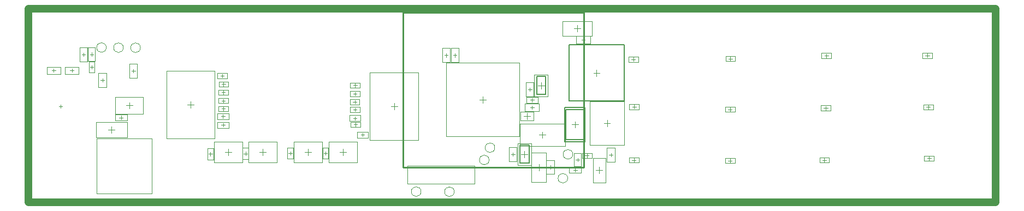
<source format=gm1>
G04*
G04 #@! TF.GenerationSoftware,Altium Limited,CircuitMaker,2.3.0 (2.3.0.3)*
G04*
G04 Layer_Color=16740166*
%FSLAX24Y24*%
%MOIN*%
G70*
G04*
G04 #@! TF.SameCoordinates,BA9B3302-63F0-48E8-8009-FCAE1684F3EC*
G04*
G04*
G04 #@! TF.FilePolarity,Positive*
G04*
G01*
G75*
%ADD11C,0.0039*%
%ADD13C,0.0100*%
%ADD14C,0.0050*%
%ADD15C,0.0079*%
%ADD16C,0.0059*%
%ADD18C,0.0472*%
%ADD19C,0.0020*%
D11*
X4197Y3888D02*
X7544D01*
Y542D02*
Y3888D01*
X4197Y542D02*
X7544D01*
X4197D02*
Y3888D01*
X7544D01*
Y542D02*
Y3888D01*
X4197Y542D02*
X7544D01*
X4197D02*
Y3888D01*
X26015Y640D02*
G03*
X26015Y640I-295J0D01*
G01*
X33251Y2925D02*
G03*
X33251Y2925I-295J0D01*
G01*
X5818Y9449D02*
G03*
X5818Y9449I-295J0D01*
G01*
X6859Y9444D02*
G03*
X6859Y9444I-295J0D01*
G01*
X4780Y9454D02*
G03*
X4780Y9454I-295J0D01*
G01*
X28144Y2582D02*
G03*
X28144Y2582I-295J0D01*
G01*
X28494Y3332D02*
G03*
X28494Y3332I-295J0D01*
G01*
X32941Y1465D02*
G03*
X32941Y1465I-295J0D01*
G01*
X23988Y649D02*
G03*
X23988Y649I-295J0D01*
G01*
X4542Y7346D02*
Y7563D01*
X4434Y7455D02*
X4651D01*
X35147Y4818D02*
X35541D01*
X35344Y4621D02*
Y5015D01*
X19835Y6135D02*
X20051D01*
X19943Y6027D02*
Y6243D01*
X5983Y5913D02*
X6377D01*
X6180Y5717D02*
Y6110D01*
X14134Y3066D02*
X14528D01*
X14331Y2869D02*
Y3263D01*
X23154Y1127D02*
X27249D01*
Y2229D01*
X23154D02*
X27249D01*
X23154Y1127D02*
Y2229D01*
X27562Y6272D02*
X27956D01*
X27759Y6075D02*
Y6469D01*
X1573Y7947D02*
Y8163D01*
X1465Y8055D02*
X1681D01*
X2676Y7947D02*
Y8163D01*
X2567Y8055D02*
X2784D01*
X19965Y5027D02*
Y5243D01*
X19857Y5135D02*
X20074D01*
X20426Y4012D02*
Y4228D01*
X20317Y4120D02*
X20534D01*
X18047Y2987D02*
X18264D01*
X18155Y2879D02*
Y3095D01*
X15908Y3001D02*
X16125D01*
X16017Y2893D02*
Y3109D01*
X13173Y2978D02*
X13390D01*
X13281Y2870D02*
Y3087D01*
X11029Y2946D02*
X11246D01*
X11138Y2838D02*
Y3054D01*
X19218Y2866D02*
Y3260D01*
X19021Y3063D02*
X19414D01*
X17093Y2863D02*
Y3257D01*
X16897Y3060D02*
X17290D01*
X12228Y2865D02*
Y3259D01*
X12032Y3062D02*
X12425D01*
X11904Y5137D02*
Y5353D01*
X11796Y5245D02*
X12012D01*
X11909Y4612D02*
Y4829D01*
X11801Y4720D02*
X12017D01*
X22351Y5661D02*
Y6055D01*
X22154Y5858D02*
X22548D01*
X20874Y7925D02*
X23827D01*
X20874Y3791D02*
X23827D01*
X20874D02*
Y7925D01*
X23827Y3791D02*
Y7925D01*
X9922Y5775D02*
Y6169D01*
X9725Y5972D02*
X10119D01*
X8445Y3905D02*
X11398D01*
X8445Y8039D02*
X11398D01*
Y3905D02*
Y8039D01*
X8445Y3905D02*
Y8039D01*
X29492Y2925D02*
X29709D01*
X29600Y2816D02*
Y3033D01*
X30300Y2738D02*
Y3131D01*
X30104Y2935D02*
X30497D01*
X31876Y2037D02*
Y2253D01*
X31767Y2145D02*
X31984D01*
X30979Y2125D02*
X31373D01*
X31176Y1928D02*
Y2322D01*
X33278Y1975D02*
X33514D01*
X33396Y1857D02*
Y2093D01*
X36983Y2452D02*
Y2688D01*
X36865Y2570D02*
X37101D01*
X33546Y2487D02*
Y2703D01*
X33437Y2595D02*
X33654D01*
X34007Y2845D02*
X34224D01*
X34116Y2737D02*
Y2953D01*
X34870Y1754D02*
Y2148D01*
X34673Y1951D02*
X35067D01*
X35576Y2786D02*
Y3002D01*
X35467Y2894D02*
X35684D01*
X33189Y4745D02*
X33583D01*
X33386Y4548D02*
Y4942D01*
X33536Y10418D02*
Y10812D01*
X33339Y10615D02*
X33733D01*
X37001Y5712D02*
Y5948D01*
X36883Y5830D02*
X37119D01*
X36956Y8617D02*
Y8853D01*
X36838Y8735D02*
X37074D01*
X42871Y8652D02*
Y8888D01*
X42753Y8770D02*
X42989D01*
X42849Y2426D02*
Y2662D01*
X42731Y2544D02*
X42967D01*
X42735Y5675D02*
X42972D01*
X42853Y5557D02*
Y5793D01*
X48690Y5642D02*
Y5878D01*
X48572Y5760D02*
X48809D01*
X48728Y8837D02*
Y9073D01*
X48610Y8955D02*
X48846D01*
X48606Y2457D02*
Y2693D01*
X48488Y2575D02*
X48724D01*
X54878Y2685D02*
X55114D01*
X54996Y2567D02*
Y2803D01*
X54835Y5815D02*
X55072D01*
X54953Y5697D02*
Y5933D01*
X54893Y8847D02*
Y9083D01*
X54775Y8965D02*
X55012D01*
X33791Y9923D02*
X34007D01*
X33899Y9815D02*
Y10032D01*
X34509Y7905D02*
X34903D01*
X34706Y7708D02*
Y8102D01*
X26066Y8877D02*
Y9093D01*
X25957Y8985D02*
X26174D01*
X11823Y6713D02*
X12040D01*
X11932Y6605D02*
Y6822D01*
X11832Y7213D02*
X12049D01*
X11940Y7105D02*
Y7322D01*
X11810Y5715D02*
X12026D01*
X11918Y5607D02*
Y5823D01*
X11812Y6203D02*
X12029D01*
X11921Y6094D02*
Y6311D01*
X11748Y7734D02*
X11964D01*
X11856Y7625D02*
Y7842D01*
X30259Y5252D02*
X30653D01*
X30456Y5055D02*
Y5448D01*
X19847Y6625D02*
X20063D01*
X19955Y6517D02*
Y6733D01*
X19845Y5665D02*
X20062D01*
X19953Y5557D02*
Y5773D01*
X5570Y5175D02*
X5806D01*
X5688Y5057D02*
Y5293D01*
X3886Y8930D02*
Y9146D01*
X3777Y9038D02*
X3994D01*
X30769Y6144D02*
Y6361D01*
X30661Y6252D02*
X30877D01*
X3778Y8265D02*
X3994D01*
X3886Y8157D02*
Y8373D01*
X19859Y7149D02*
X20076D01*
X19968Y7040D02*
Y7257D01*
X30531Y6902D02*
X30747D01*
X30639Y6794D02*
Y7011D01*
X6326Y8027D02*
X6542D01*
X6434Y7918D02*
Y8135D01*
X3396Y8927D02*
Y9143D01*
X3287Y9035D02*
X3504D01*
X31319Y6941D02*
Y7335D01*
X31122Y7138D02*
X31516D01*
X19877Y4750D02*
X20094D01*
X19985Y4642D02*
Y4858D01*
X25417Y8986D02*
X25634D01*
X25526Y8878D02*
Y9094D01*
X30768Y5694D02*
Y5911D01*
X30660Y5802D02*
X30876D01*
X5100Y4228D02*
Y4622D01*
X4904Y4425D02*
X5297D01*
D13*
X22887Y11584D02*
X33911D01*
Y2135D02*
Y11584D01*
X22887Y2135D02*
X33911D01*
X22887D02*
Y11584D01*
D14*
X33033Y6192D02*
X36379D01*
X33033Y9618D02*
X36379D01*
X33033Y6192D02*
Y9618D01*
X36379Y6192D02*
Y9618D01*
D15*
X32772Y3695D02*
X34000D01*
Y5795D01*
X32772D02*
X34000D01*
X32772Y3695D02*
Y5795D01*
D16*
X30576Y2385D02*
Y3485D01*
X30025Y2385D02*
X30576D01*
X30025D02*
Y3485D01*
X30576D01*
X31044Y6588D02*
Y7688D01*
X31595D01*
Y6588D02*
Y7688D01*
X31044Y6588D02*
X31595D01*
X32811Y3839D02*
X33961D01*
Y5650D01*
X32811D02*
X33961D01*
X32811Y3839D02*
Y5650D01*
D18*
X16Y5D02*
Y11825D01*
X59066D01*
Y5D02*
Y11825D01*
X16Y5D02*
X59066D01*
D19*
X4306Y7022D02*
X4779D01*
X4306Y7888D02*
X4779D01*
X4306Y7022D02*
Y7888D01*
X4779Y7022D02*
Y7888D01*
X36388Y3480D02*
Y6157D01*
X34301Y3480D02*
Y6157D01*
X36388D01*
X34301Y3480D02*
X36388D01*
X19648Y5977D02*
Y6292D01*
X20238Y5977D02*
Y6292D01*
X19648D02*
X20238D01*
X19648Y5977D02*
X20238D01*
X5334Y5402D02*
Y6425D01*
X7027Y5402D02*
Y6425D01*
X5334D02*
X7027D01*
X5334Y5402D02*
X7027D01*
X13465Y2436D02*
Y3696D01*
X15197Y2436D02*
Y3696D01*
X13465D02*
X15197D01*
X13465Y2436D02*
X15197D01*
X30003Y4028D02*
Y8516D01*
X25515Y4028D02*
Y8516D01*
Y4028D02*
X30003D01*
X25515Y8516D02*
X30003D01*
X1160Y7838D02*
X1987D01*
X1160Y8271D02*
X1987D01*
Y7838D02*
Y8271D01*
X1160Y7838D02*
Y8271D01*
X2262Y8271D02*
X3089D01*
X2262Y7838D02*
X3089D01*
X2262D02*
Y8271D01*
X3089Y7838D02*
Y8271D01*
X19623Y4958D02*
X20307D01*
X19623Y5312D02*
X20307D01*
Y4958D02*
Y5312D01*
X19623Y4958D02*
Y5312D01*
X20084Y3943D02*
X20768D01*
X20084Y4297D02*
X20768D01*
Y3943D02*
Y4297D01*
X20084Y3943D02*
Y4297D01*
X18333Y2645D02*
Y3329D01*
X17978Y2645D02*
Y3329D01*
X18333D01*
X17978Y2645D02*
X18333D01*
X16194Y2659D02*
Y3343D01*
X15840Y2659D02*
Y3343D01*
X16194D01*
X15840Y2659D02*
X16194D01*
X13459Y2637D02*
Y3320D01*
X13104Y2637D02*
Y3320D01*
X13459D01*
X13104Y2637D02*
X13459D01*
X11315Y2604D02*
Y3288D01*
X10961Y2604D02*
Y3288D01*
X11315D01*
X10961Y2604D02*
X11315D01*
X18351Y2433D02*
X20084D01*
X18351Y3693D02*
X20084D01*
Y2433D02*
Y3693D01*
X18351Y2433D02*
Y3693D01*
X16227Y2430D02*
X17960D01*
X16227Y3690D02*
X17960D01*
Y2430D02*
Y3690D01*
X16227Y2430D02*
Y3690D01*
X11362Y2432D02*
X13094D01*
X11362Y3692D02*
X13094D01*
Y2432D02*
Y3692D01*
X11362Y2432D02*
Y3692D01*
X11562Y5422D02*
X12246D01*
X11562Y5068D02*
X12246D01*
X11562D02*
Y5422D01*
X12246Y5068D02*
Y5422D01*
X11567Y4897D02*
X12251D01*
X11567Y4543D02*
X12251D01*
X11567D02*
Y4897D01*
X12251Y4543D02*
Y4897D01*
X31201Y4113D02*
X31595D01*
X31398Y3916D02*
Y4310D01*
X32776Y3444D02*
Y4782D01*
X30020D02*
X32776D01*
X30020Y3444D02*
Y4782D01*
Y3444D02*
X32776D01*
X29364Y2492D02*
Y3358D01*
X29837Y2492D02*
Y3358D01*
X29364Y2492D02*
X29837D01*
X29364Y3358D02*
X29837D01*
X29887Y3604D02*
X30714D01*
X29887Y2265D02*
X30714D01*
Y3604D01*
X29887Y2265D02*
Y3604D01*
X31640Y2578D02*
X32112D01*
X31640Y1712D02*
X32112D01*
Y2578D01*
X31640Y1712D02*
Y2578D01*
X30723Y1219D02*
Y3030D01*
X31628Y1219D02*
Y3030D01*
X30723Y1219D02*
X31628D01*
X30723Y3030D02*
X31628D01*
X33750Y1798D02*
Y2152D01*
X33041Y1798D02*
Y2152D01*
Y1798D02*
X33750D01*
X33041Y2152D02*
X33750D01*
X36688Y2412D02*
X37279D01*
X36688Y2727D02*
X37279D01*
Y2412D02*
Y2727D01*
X36688Y2412D02*
Y2727D01*
X33329Y2182D02*
X33762D01*
X33329Y3008D02*
X33762D01*
X33329Y2182D02*
Y3008D01*
X33762Y2182D02*
Y3008D01*
X33820Y2687D02*
Y3002D01*
X34411Y2687D02*
Y3002D01*
X33820D02*
X34411D01*
X33820Y2687D02*
X34411D01*
X34496Y1203D02*
X35244D01*
X34496Y2699D02*
X35244D01*
X34496Y1203D02*
Y2699D01*
X35244Y1203D02*
Y2699D01*
X35340Y2461D02*
X35812D01*
X35340Y3327D02*
X35812D01*
X35340Y2461D02*
Y3327D01*
X35812Y2461D02*
Y3327D01*
X32630Y11068D02*
X34441D01*
X32630Y10162D02*
X34441D01*
X32630D02*
Y11068D01*
X34441Y10162D02*
Y11068D01*
X36706Y5672D02*
X37296D01*
X36706Y5987D02*
X37296D01*
Y5672D02*
Y5987D01*
X36706Y5672D02*
Y5987D01*
X36660Y8577D02*
X37251D01*
X36660Y8892D02*
X37251D01*
Y8577D02*
Y8892D01*
X36660Y8577D02*
Y8892D01*
X42576Y8612D02*
X43166D01*
X42576Y8927D02*
X43166D01*
Y8612D02*
Y8927D01*
X42576Y8612D02*
Y8927D01*
X42553Y2387D02*
X43144D01*
X42553Y2702D02*
X43144D01*
Y2387D02*
Y2702D01*
X42553Y2387D02*
Y2702D01*
X42558Y5517D02*
Y5832D01*
X43149Y5517D02*
Y5832D01*
X42558D02*
X43149D01*
X42558Y5517D02*
X43149D01*
X48395Y5602D02*
X48986D01*
X48395Y5917D02*
X48986D01*
Y5602D02*
Y5917D01*
X48395Y5602D02*
Y5917D01*
X48433Y8797D02*
X49023D01*
X48433Y9112D02*
X49023D01*
Y8797D02*
Y9112D01*
X48433Y8797D02*
Y9112D01*
X48310Y2417D02*
X48901D01*
X48310Y2732D02*
X48901D01*
Y2417D02*
Y2732D01*
X48310Y2417D02*
Y2732D01*
X54700Y2527D02*
Y2842D01*
X55291Y2527D02*
Y2842D01*
X54700D02*
X55291D01*
X54700Y2527D02*
X55291D01*
X54658Y5657D02*
Y5972D01*
X55249Y5657D02*
Y5972D01*
X54658D02*
X55249D01*
X54658Y5657D02*
X55249D01*
X54598Y8807D02*
X55189D01*
X54598Y9122D02*
X55189D01*
Y8807D02*
Y9122D01*
X54598Y8807D02*
Y9122D01*
X34332Y9687D02*
Y10160D01*
X33466Y9687D02*
Y10160D01*
Y9687D02*
X34332D01*
X33466Y10160D02*
X34332D01*
X25830Y9418D02*
X26302D01*
X25830Y8552D02*
X26302D01*
Y9418D01*
X25830Y8552D02*
Y9418D01*
X12227Y6556D02*
Y6871D01*
X11636Y6556D02*
Y6871D01*
Y6556D02*
X12227D01*
X11636Y6871D02*
X12227D01*
X12236Y7056D02*
Y7371D01*
X11645Y7056D02*
Y7371D01*
Y7056D02*
X12236D01*
X11645Y7371D02*
X12236D01*
X12213Y5557D02*
Y5872D01*
X11623Y5557D02*
Y5872D01*
Y5557D02*
X12213D01*
X11623Y5872D02*
X12213D01*
X12216Y6045D02*
Y6360D01*
X11625Y6045D02*
Y6360D01*
Y6045D02*
X12216D01*
X11625Y6360D02*
X12216D01*
X12151Y7576D02*
Y7891D01*
X11561Y7576D02*
Y7891D01*
Y7576D02*
X12151D01*
X11561Y7891D02*
X12151D01*
X30860Y4986D02*
Y5517D01*
X30052Y4986D02*
Y5517D01*
Y4986D02*
X30860D01*
X30052Y5517D02*
X30860D01*
X19660Y6467D02*
Y6782D01*
X20250Y6467D02*
Y6782D01*
X19660D02*
X20250D01*
X19660Y6467D02*
X20250D01*
X19658Y5507D02*
Y5822D01*
X20249Y5507D02*
Y5822D01*
X19658D02*
X20249D01*
X19658Y5507D02*
X20249D01*
X6042Y4998D02*
Y5352D01*
X5333Y4998D02*
Y5352D01*
Y4998D02*
X6042D01*
X5333Y5352D02*
X6042D01*
X3669Y8625D02*
X4102D01*
X3669Y9451D02*
X4102D01*
X3669Y8625D02*
Y9451D01*
X4102Y8625D02*
Y9451D01*
X30427Y6429D02*
X31111D01*
X30427Y6075D02*
X31111D01*
X30427D02*
Y6429D01*
X31111Y6075D02*
Y6429D01*
X3709Y7923D02*
Y8607D01*
X4063Y7923D02*
Y8607D01*
X3709Y7923D02*
X4063D01*
X3709Y8607D02*
X4063D01*
X19672Y6991D02*
Y7306D01*
X20263Y6991D02*
Y7306D01*
X19672D02*
X20263D01*
X19672Y6991D02*
X20263D01*
X30875Y6469D02*
Y7335D01*
X30403Y6469D02*
Y7335D01*
X30875D01*
X30403Y6469D02*
X30875D01*
X6670Y7594D02*
Y8460D01*
X6198Y7594D02*
Y8460D01*
X6670D01*
X6198Y7594D02*
X6670D01*
X3160Y8602D02*
X3632D01*
X3160Y9468D02*
X3632D01*
X3160Y8602D02*
Y9468D01*
X3632Y8602D02*
Y9468D01*
X30906Y6469D02*
X31733D01*
X30906Y7807D02*
X31733D01*
X30906Y6469D02*
Y7807D01*
X31733Y6469D02*
Y7807D01*
X19690Y4593D02*
Y4907D01*
X20281Y4593D02*
Y4907D01*
X19690D02*
X20281D01*
X19690Y4593D02*
X20281D01*
X25762Y8553D02*
Y9419D01*
X25290Y8553D02*
Y9419D01*
X25762D01*
X25290Y8553D02*
X25762D01*
X30335Y5566D02*
X31201D01*
X30335Y6039D02*
X31201D01*
Y5566D02*
Y6039D01*
X30335Y5566D02*
Y6039D01*
X4156Y3952D02*
X6045D01*
X4156Y4897D02*
X6045D01*
Y3952D02*
Y4897D01*
X4156Y3952D02*
Y4897D01*
X1902Y5868D02*
X2099D01*
X2001Y5769D02*
Y5966D01*
M02*

</source>
